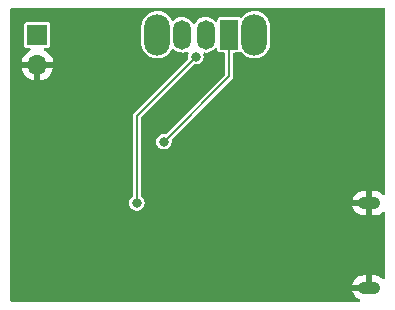
<source format=gbl>
G04 #@! TF.GenerationSoftware,KiCad,Pcbnew,(6.0.10)*
G04 #@! TF.CreationDate,2023-02-14T21:15:34-05:00*
G04 #@! TF.ProjectId,lipo_charger,6c69706f-5f63-4686-9172-6765722e6b69,rev?*
G04 #@! TF.SameCoordinates,Original*
G04 #@! TF.FileFunction,Copper,L2,Bot*
G04 #@! TF.FilePolarity,Positive*
%FSLAX46Y46*%
G04 Gerber Fmt 4.6, Leading zero omitted, Abs format (unit mm)*
G04 Created by KiCad (PCBNEW (6.0.10)) date 2023-02-14 21:15:34*
%MOMM*%
%LPD*%
G01*
G04 APERTURE LIST*
G04 #@! TA.AperFunction,ComponentPad*
%ADD10R,1.700000X1.700000*%
G04 #@! TD*
G04 #@! TA.AperFunction,ComponentPad*
%ADD11O,1.700000X1.700000*%
G04 #@! TD*
G04 #@! TA.AperFunction,ComponentPad*
%ADD12O,2.200000X3.500000*%
G04 #@! TD*
G04 #@! TA.AperFunction,ComponentPad*
%ADD13R,1.500000X2.500000*%
G04 #@! TD*
G04 #@! TA.AperFunction,ComponentPad*
%ADD14O,1.500000X2.500000*%
G04 #@! TD*
G04 #@! TA.AperFunction,ComponentPad*
%ADD15O,1.900000X1.050000*%
G04 #@! TD*
G04 #@! TA.AperFunction,ViaPad*
%ADD16C,0.800000*%
G04 #@! TD*
G04 #@! TA.AperFunction,Conductor*
%ADD17C,0.150000*%
G04 #@! TD*
G04 APERTURE END LIST*
D10*
X135382000Y-104140000D03*
D11*
X135382000Y-106680000D03*
D12*
X145538000Y-104140000D03*
X153738000Y-104140000D03*
D13*
X151638000Y-104140000D03*
D14*
X149638000Y-104140000D03*
X147638000Y-104140000D03*
D15*
X163480000Y-118405000D03*
X163480000Y-125555000D03*
D16*
X150368000Y-110236000D03*
X148800000Y-106000000D03*
X143800000Y-118400000D03*
X146100000Y-113200000D03*
D17*
X148800000Y-106000000D02*
X143800000Y-111000000D01*
X143800000Y-111000000D02*
X143800000Y-118400000D01*
X151638000Y-107662000D02*
X146100000Y-113200000D01*
X151638000Y-104140000D02*
X151638000Y-107662000D01*
G04 #@! TA.AperFunction,Conductor*
G36*
X164787621Y-101874502D02*
G01*
X164834114Y-101928158D01*
X164845500Y-101980500D01*
X164845500Y-117575423D01*
X164825498Y-117643544D01*
X164771842Y-117690037D01*
X164701568Y-117700141D01*
X164638509Y-117671945D01*
X164496156Y-117552496D01*
X164486031Y-117545563D01*
X164319308Y-117453906D01*
X164308038Y-117449076D01*
X164126685Y-117391548D01*
X164114691Y-117388998D01*
X163966650Y-117372393D01*
X163959626Y-117372000D01*
X163752115Y-117372000D01*
X163736876Y-117376475D01*
X163735671Y-117377865D01*
X163734000Y-117385548D01*
X163734000Y-119419885D01*
X163738475Y-119435124D01*
X163739865Y-119436329D01*
X163747548Y-119438000D01*
X163952890Y-119438000D01*
X163959035Y-119437700D01*
X164100481Y-119423830D01*
X164112519Y-119421447D01*
X164294651Y-119366458D01*
X164305993Y-119361783D01*
X164473977Y-119272465D01*
X164484193Y-119265678D01*
X164636409Y-119141533D01*
X164637384Y-119142729D01*
X164693146Y-119112532D01*
X164763944Y-119117844D01*
X164820631Y-119160588D01*
X164845210Y-119227194D01*
X164845500Y-119235745D01*
X164845500Y-124725423D01*
X164825498Y-124793544D01*
X164771842Y-124840037D01*
X164701568Y-124850141D01*
X164638509Y-124821945D01*
X164496156Y-124702496D01*
X164486031Y-124695563D01*
X164319308Y-124603906D01*
X164308038Y-124599076D01*
X164126685Y-124541548D01*
X164114691Y-124538998D01*
X163966650Y-124522393D01*
X163959626Y-124522000D01*
X163752115Y-124522000D01*
X163736876Y-124526475D01*
X163735671Y-124527865D01*
X163734000Y-124535548D01*
X163734000Y-125683000D01*
X163713998Y-125751121D01*
X163660342Y-125797614D01*
X163608000Y-125809000D01*
X162071014Y-125809000D01*
X162057483Y-125812973D01*
X162056363Y-125820768D01*
X162090846Y-125937932D01*
X162095439Y-125949300D01*
X162183586Y-126117911D01*
X162190302Y-126128173D01*
X162309515Y-126276443D01*
X162318103Y-126285213D01*
X162463838Y-126407499D01*
X162473969Y-126414437D01*
X162646089Y-126509061D01*
X162644681Y-126511622D01*
X162689811Y-126548907D01*
X162711409Y-126616538D01*
X162693014Y-126685110D01*
X162640466Y-126732852D01*
X162585444Y-126745500D01*
X133222500Y-126745500D01*
X133154379Y-126725498D01*
X133107886Y-126671842D01*
X133096500Y-126619500D01*
X133096500Y-125297795D01*
X162057372Y-125297795D01*
X162064127Y-125301000D01*
X163207885Y-125301000D01*
X163223124Y-125296525D01*
X163224329Y-125295135D01*
X163226000Y-125287452D01*
X163226000Y-124540115D01*
X163221525Y-124524876D01*
X163220135Y-124523671D01*
X163212452Y-124522000D01*
X163007110Y-124522000D01*
X163000965Y-124522300D01*
X162859519Y-124536170D01*
X162847481Y-124538553D01*
X162665349Y-124593542D01*
X162654007Y-124598217D01*
X162486023Y-124687535D01*
X162475807Y-124694322D01*
X162328366Y-124814572D01*
X162319662Y-124823216D01*
X162198390Y-124969809D01*
X162191530Y-124979980D01*
X162101038Y-125147342D01*
X162096286Y-125158647D01*
X162057578Y-125283692D01*
X162057372Y-125297795D01*
X133096500Y-125297795D01*
X133096500Y-118393096D01*
X143140729Y-118393096D01*
X143158113Y-118550553D01*
X143160723Y-118557684D01*
X143160723Y-118557686D01*
X143204428Y-118677115D01*
X143212553Y-118699319D01*
X143216789Y-118705622D01*
X143216789Y-118705623D01*
X143279738Y-118799300D01*
X143300908Y-118830805D01*
X143306527Y-118835918D01*
X143306528Y-118835919D01*
X143317903Y-118846269D01*
X143418076Y-118937419D01*
X143557293Y-119013008D01*
X143710522Y-119053207D01*
X143794477Y-119054526D01*
X143861319Y-119055576D01*
X143861322Y-119055576D01*
X143868916Y-119055695D01*
X144023332Y-119020329D01*
X144127555Y-118967911D01*
X144158072Y-118952563D01*
X144158075Y-118952561D01*
X144164855Y-118949151D01*
X144170626Y-118944222D01*
X144170629Y-118944220D01*
X144279536Y-118851204D01*
X144279536Y-118851203D01*
X144285314Y-118846269D01*
X144377755Y-118717624D01*
X144396591Y-118670768D01*
X162056363Y-118670768D01*
X162090846Y-118787932D01*
X162095439Y-118799300D01*
X162183586Y-118967911D01*
X162190302Y-118978173D01*
X162309515Y-119126443D01*
X162318103Y-119135213D01*
X162463838Y-119257499D01*
X162473969Y-119264437D01*
X162640692Y-119356094D01*
X162651962Y-119360924D01*
X162833315Y-119418452D01*
X162845309Y-119421002D01*
X162993350Y-119437607D01*
X163000374Y-119438000D01*
X163207885Y-119438000D01*
X163223124Y-119433525D01*
X163224329Y-119432135D01*
X163226000Y-119424452D01*
X163226000Y-118677115D01*
X163221525Y-118661876D01*
X163220135Y-118660671D01*
X163212452Y-118659000D01*
X162071014Y-118659000D01*
X162057483Y-118662973D01*
X162056363Y-118670768D01*
X144396591Y-118670768D01*
X144436842Y-118570641D01*
X144459162Y-118413807D01*
X144459307Y-118400000D01*
X144440276Y-118242733D01*
X144404401Y-118147795D01*
X162057372Y-118147795D01*
X162064127Y-118151000D01*
X163207885Y-118151000D01*
X163223124Y-118146525D01*
X163224329Y-118145135D01*
X163226000Y-118137452D01*
X163226000Y-117390115D01*
X163221525Y-117374876D01*
X163220135Y-117373671D01*
X163212452Y-117372000D01*
X163007110Y-117372000D01*
X163000965Y-117372300D01*
X162859519Y-117386170D01*
X162847481Y-117388553D01*
X162665349Y-117443542D01*
X162654007Y-117448217D01*
X162486023Y-117537535D01*
X162475807Y-117544322D01*
X162328366Y-117664572D01*
X162319662Y-117673216D01*
X162198390Y-117819809D01*
X162191530Y-117829980D01*
X162101038Y-117997342D01*
X162096286Y-118008647D01*
X162057578Y-118133692D01*
X162057372Y-118147795D01*
X144404401Y-118147795D01*
X144384280Y-118094546D01*
X144375814Y-118082228D01*
X144298855Y-117970251D01*
X144298854Y-117970249D01*
X144294553Y-117963992D01*
X144176275Y-117858611D01*
X144177498Y-117857239D01*
X144139068Y-117809502D01*
X144129500Y-117761341D01*
X144129500Y-111188673D01*
X144149502Y-111120552D01*
X144166405Y-111099578D01*
X148581961Y-106684023D01*
X148644273Y-106649997D01*
X148695531Y-106651082D01*
X148695645Y-106650248D01*
X148702864Y-106651237D01*
X148703022Y-106651240D01*
X148703168Y-106651278D01*
X148703171Y-106651278D01*
X148710522Y-106653207D01*
X148794477Y-106654526D01*
X148861319Y-106655576D01*
X148861322Y-106655576D01*
X148868916Y-106655695D01*
X149023332Y-106620329D01*
X149093742Y-106584917D01*
X149158072Y-106552563D01*
X149158075Y-106552561D01*
X149164855Y-106549151D01*
X149170626Y-106544222D01*
X149170629Y-106544220D01*
X149279536Y-106451204D01*
X149279536Y-106451203D01*
X149285314Y-106446269D01*
X149377755Y-106317624D01*
X149436842Y-106170641D01*
X149444279Y-106118386D01*
X149458581Y-106017891D01*
X149458581Y-106017888D01*
X149459162Y-106013807D01*
X149459307Y-106000000D01*
X149440276Y-105842733D01*
X149428588Y-105811802D01*
X149423220Y-105741009D01*
X149456977Y-105678551D01*
X149519143Y-105644259D01*
X149553046Y-105641437D01*
X149618332Y-105644859D01*
X149680942Y-105648141D01*
X149680946Y-105648141D01*
X149687323Y-105648475D01*
X149889097Y-105617959D01*
X150080615Y-105547494D01*
X150254051Y-105439959D01*
X150402323Y-105299746D01*
X150405986Y-105294515D01*
X150410152Y-105289688D01*
X150411693Y-105291018D01*
X150459751Y-105252608D01*
X150530371Y-105245303D01*
X150593730Y-105277337D01*
X150629711Y-105338540D01*
X150633501Y-105369210D01*
X150633501Y-105415066D01*
X150648266Y-105489301D01*
X150655161Y-105499621D01*
X150655162Y-105499622D01*
X150683824Y-105542517D01*
X150704516Y-105573484D01*
X150788699Y-105629734D01*
X150862933Y-105644500D01*
X151182500Y-105644500D01*
X151250621Y-105664502D01*
X151297114Y-105718158D01*
X151308500Y-105770500D01*
X151308500Y-107473326D01*
X151288498Y-107541447D01*
X151271595Y-107562421D01*
X146317458Y-112516559D01*
X146255146Y-112550585D01*
X146197672Y-112549669D01*
X146190006Y-112547744D01*
X146182633Y-112545892D01*
X146175033Y-112545852D01*
X146175032Y-112545852D01*
X146110232Y-112545513D01*
X146024221Y-112545062D01*
X146016841Y-112546834D01*
X146016839Y-112546834D01*
X145877563Y-112580271D01*
X145877560Y-112580272D01*
X145870184Y-112582043D01*
X145729414Y-112654700D01*
X145610039Y-112758838D01*
X145518950Y-112888444D01*
X145516190Y-112895524D01*
X145468287Y-113018389D01*
X145461406Y-113036037D01*
X145440729Y-113193096D01*
X145458113Y-113350553D01*
X145512553Y-113499319D01*
X145600908Y-113630805D01*
X145606527Y-113635918D01*
X145606528Y-113635919D01*
X145617903Y-113646269D01*
X145718076Y-113737419D01*
X145857293Y-113813008D01*
X146010522Y-113853207D01*
X146094477Y-113854526D01*
X146161319Y-113855576D01*
X146161322Y-113855576D01*
X146168916Y-113855695D01*
X146323332Y-113820329D01*
X146393742Y-113784917D01*
X146458072Y-113752563D01*
X146458075Y-113752561D01*
X146464855Y-113749151D01*
X146470626Y-113744222D01*
X146470629Y-113744220D01*
X146579536Y-113651204D01*
X146579536Y-113651203D01*
X146585314Y-113646269D01*
X146677755Y-113517624D01*
X146736842Y-113370641D01*
X146759162Y-113213807D01*
X146759307Y-113200000D01*
X146745804Y-113088417D01*
X146757477Y-113018389D01*
X146781796Y-112984187D01*
X151856929Y-107909055D01*
X151865033Y-107901628D01*
X151885860Y-107884152D01*
X151894305Y-107877066D01*
X151899816Y-107867521D01*
X151899819Y-107867517D01*
X151913410Y-107843976D01*
X151919315Y-107834706D01*
X151934914Y-107812428D01*
X151941235Y-107803401D01*
X151944087Y-107792756D01*
X151945637Y-107789433D01*
X151946894Y-107785979D01*
X151952405Y-107776434D01*
X151959041Y-107738801D01*
X151961420Y-107728070D01*
X151968458Y-107701803D01*
X151971310Y-107691160D01*
X151967979Y-107653085D01*
X151967500Y-107642104D01*
X151967500Y-105770499D01*
X151987502Y-105702378D01*
X152041158Y-105655885D01*
X152093500Y-105644499D01*
X152413066Y-105644499D01*
X152454877Y-105636183D01*
X152475126Y-105632156D01*
X152475128Y-105632155D01*
X152487301Y-105629734D01*
X152509875Y-105614650D01*
X152577626Y-105593436D01*
X152646093Y-105612219D01*
X152677078Y-105639586D01*
X152678570Y-105641803D01*
X152837236Y-105808128D01*
X153021658Y-105945342D01*
X153026409Y-105947758D01*
X153026413Y-105947760D01*
X153156319Y-106013807D01*
X153226562Y-106049520D01*
X153446089Y-106117685D01*
X153451378Y-106118386D01*
X153668681Y-106147188D01*
X153668684Y-106147188D01*
X153673964Y-106147888D01*
X153679293Y-106147688D01*
X153679294Y-106147688D01*
X153772660Y-106144183D01*
X153903669Y-106139264D01*
X154014054Y-106116103D01*
X154123410Y-106093158D01*
X154123413Y-106093157D01*
X154128637Y-106092061D01*
X154281383Y-106031739D01*
X154337466Y-106009591D01*
X154337469Y-106009590D01*
X154342436Y-106007628D01*
X154450330Y-105942156D01*
X154534391Y-105891147D01*
X154534394Y-105891145D01*
X154538952Y-105888379D01*
X154589222Y-105844757D01*
X154708533Y-105741224D01*
X154708535Y-105741222D01*
X154712566Y-105737724D01*
X154752973Y-105688444D01*
X154854931Y-105564099D01*
X154854935Y-105564093D01*
X154858315Y-105559971D01*
X154865418Y-105547494D01*
X154969387Y-105364845D01*
X154972030Y-105360202D01*
X155050461Y-105144129D01*
X155058510Y-105099620D01*
X155090625Y-104922015D01*
X155091364Y-104917931D01*
X155092500Y-104893842D01*
X155092500Y-103432288D01*
X155078825Y-103271123D01*
X155078413Y-103266267D01*
X155078412Y-103266263D01*
X155077962Y-103260956D01*
X155076624Y-103255801D01*
X155076623Y-103255795D01*
X155025068Y-103057162D01*
X155020214Y-103038461D01*
X154925803Y-102828877D01*
X154797430Y-102638197D01*
X154791978Y-102632481D01*
X154642443Y-102475729D01*
X154638764Y-102471872D01*
X154454342Y-102334658D01*
X154449591Y-102332242D01*
X154449587Y-102332240D01*
X154254194Y-102232898D01*
X154254193Y-102232898D01*
X154249438Y-102230480D01*
X154029911Y-102162315D01*
X154011186Y-102159833D01*
X153807319Y-102132812D01*
X153807316Y-102132812D01*
X153802036Y-102132112D01*
X153796707Y-102132312D01*
X153796706Y-102132312D01*
X153703340Y-102135817D01*
X153572331Y-102140736D01*
X153488345Y-102158358D01*
X153352590Y-102186842D01*
X153352587Y-102186843D01*
X153347363Y-102187939D01*
X153243648Y-102228898D01*
X153138534Y-102270409D01*
X153138531Y-102270410D01*
X153133564Y-102272372D01*
X153128998Y-102275143D01*
X152941609Y-102388853D01*
X152941606Y-102388855D01*
X152937048Y-102391621D01*
X152763434Y-102542276D01*
X152760047Y-102546407D01*
X152680931Y-102642895D01*
X152622271Y-102682890D01*
X152551301Y-102684821D01*
X152513497Y-102667770D01*
X152487301Y-102650266D01*
X152413067Y-102635500D01*
X151638126Y-102635500D01*
X150862934Y-102635501D01*
X150830902Y-102641872D01*
X150800874Y-102647844D01*
X150800872Y-102647845D01*
X150788699Y-102650266D01*
X150778379Y-102657161D01*
X150778378Y-102657162D01*
X150739874Y-102682890D01*
X150704516Y-102706516D01*
X150648266Y-102790699D01*
X150633500Y-102864933D01*
X150633500Y-102917284D01*
X150613498Y-102985405D01*
X150559842Y-103031898D01*
X150489568Y-103042002D01*
X150424988Y-103012508D01*
X150411832Y-102999282D01*
X150409026Y-102996009D01*
X150334295Y-102908818D01*
X150173049Y-102783743D01*
X150064439Y-102730300D01*
X149995668Y-102696460D01*
X149995663Y-102696458D01*
X149989946Y-102693645D01*
X149983773Y-102692037D01*
X149983770Y-102692036D01*
X149823410Y-102650266D01*
X149792467Y-102642206D01*
X149687548Y-102636707D01*
X149595058Y-102631859D01*
X149595054Y-102631859D01*
X149588677Y-102631525D01*
X149386903Y-102662041D01*
X149195385Y-102732506D01*
X149021949Y-102840041D01*
X148873677Y-102980254D01*
X148870015Y-102985484D01*
X148870014Y-102985485D01*
X148818595Y-103058919D01*
X148756628Y-103147418D01*
X148754092Y-103153279D01*
X148751719Y-103158762D01*
X148706308Y-103213336D01*
X148638601Y-103234696D01*
X148570094Y-103216059D01*
X148525880Y-103169807D01*
X148470191Y-103069342D01*
X148467098Y-103063762D01*
X148334295Y-102908818D01*
X148173049Y-102783743D01*
X148064439Y-102730300D01*
X147995668Y-102696460D01*
X147995663Y-102696458D01*
X147989946Y-102693645D01*
X147983773Y-102692037D01*
X147983770Y-102692036D01*
X147823410Y-102650266D01*
X147792467Y-102642206D01*
X147687548Y-102636707D01*
X147595058Y-102631859D01*
X147595054Y-102631859D01*
X147588677Y-102631525D01*
X147386903Y-102662041D01*
X147195385Y-102732506D01*
X147021949Y-102840041D01*
X147017311Y-102844427D01*
X147017306Y-102844431D01*
X146946500Y-102911389D01*
X146883262Y-102943661D01*
X146812616Y-102936621D01*
X146756990Y-102892504D01*
X146745045Y-102871592D01*
X146727993Y-102833738D01*
X146727992Y-102833735D01*
X146725803Y-102828877D01*
X146597430Y-102638197D01*
X146591978Y-102632481D01*
X146442443Y-102475729D01*
X146438764Y-102471872D01*
X146254342Y-102334658D01*
X146249591Y-102332242D01*
X146249587Y-102332240D01*
X146054194Y-102232898D01*
X146054193Y-102232898D01*
X146049438Y-102230480D01*
X145829911Y-102162315D01*
X145811186Y-102159833D01*
X145607319Y-102132812D01*
X145607316Y-102132812D01*
X145602036Y-102132112D01*
X145596707Y-102132312D01*
X145596706Y-102132312D01*
X145503340Y-102135817D01*
X145372331Y-102140736D01*
X145288345Y-102158358D01*
X145152590Y-102186842D01*
X145152587Y-102186843D01*
X145147363Y-102187939D01*
X145043648Y-102228898D01*
X144938534Y-102270409D01*
X144938531Y-102270410D01*
X144933564Y-102272372D01*
X144928998Y-102275143D01*
X144741609Y-102388853D01*
X144741606Y-102388855D01*
X144737048Y-102391621D01*
X144563434Y-102542276D01*
X144560047Y-102546407D01*
X144421069Y-102715901D01*
X144421065Y-102715907D01*
X144417685Y-102720029D01*
X144415046Y-102724665D01*
X144415044Y-102724668D01*
X144400585Y-102750069D01*
X144303970Y-102919798D01*
X144225539Y-103135871D01*
X144224590Y-103141120D01*
X144224589Y-103141123D01*
X144213423Y-103202872D01*
X144184636Y-103362069D01*
X144183500Y-103386158D01*
X144183500Y-104847712D01*
X144189458Y-104917931D01*
X144197176Y-105008880D01*
X144198038Y-105019044D01*
X144199376Y-105024199D01*
X144199377Y-105024205D01*
X144239912Y-105180377D01*
X144255786Y-105241539D01*
X144315949Y-105375095D01*
X144340851Y-105430375D01*
X144350197Y-105451123D01*
X144478570Y-105641803D01*
X144482249Y-105645660D01*
X144482251Y-105645662D01*
X144500224Y-105664502D01*
X144637236Y-105808128D01*
X144821658Y-105945342D01*
X144826409Y-105947758D01*
X144826413Y-105947760D01*
X144956319Y-106013807D01*
X145026562Y-106049520D01*
X145246089Y-106117685D01*
X145251378Y-106118386D01*
X145468681Y-106147188D01*
X145468684Y-106147188D01*
X145473964Y-106147888D01*
X145479293Y-106147688D01*
X145479294Y-106147688D01*
X145572660Y-106144183D01*
X145703669Y-106139264D01*
X145814054Y-106116103D01*
X145923410Y-106093158D01*
X145923413Y-106093157D01*
X145928637Y-106092061D01*
X146081383Y-106031739D01*
X146137466Y-106009591D01*
X146137469Y-106009590D01*
X146142436Y-106007628D01*
X146250330Y-105942156D01*
X146334391Y-105891147D01*
X146334394Y-105891145D01*
X146338952Y-105888379D01*
X146389222Y-105844757D01*
X146508533Y-105741224D01*
X146508535Y-105741222D01*
X146512566Y-105737724D01*
X146552973Y-105688444D01*
X146654931Y-105564099D01*
X146654935Y-105564093D01*
X146658315Y-105559971D01*
X146748241Y-105401993D01*
X146799322Y-105352688D01*
X146868952Y-105338826D01*
X146935023Y-105364809D01*
X146939672Y-105368810D01*
X146941705Y-105371182D01*
X147102951Y-105496257D01*
X147108673Y-105499072D01*
X147108672Y-105499072D01*
X147280332Y-105583540D01*
X147280337Y-105583542D01*
X147286054Y-105586355D01*
X147292227Y-105587963D01*
X147292230Y-105587964D01*
X147315127Y-105593928D01*
X147483533Y-105637794D01*
X147585428Y-105643134D01*
X147680942Y-105648141D01*
X147680946Y-105648141D01*
X147687323Y-105648475D01*
X147889097Y-105617959D01*
X147895090Y-105615754D01*
X147895094Y-105615753D01*
X148043770Y-105561051D01*
X148114607Y-105556301D01*
X148176768Y-105590602D01*
X148210515Y-105653065D01*
X148204670Y-105725071D01*
X148165036Y-105826727D01*
X148161406Y-105836037D01*
X148160414Y-105843570D01*
X148160414Y-105843571D01*
X148146698Y-105947760D01*
X148140729Y-105993096D01*
X148151655Y-106092061D01*
X148153994Y-106113244D01*
X148141588Y-106183148D01*
X148117850Y-106216166D01*
X143581077Y-110752940D01*
X143572973Y-110760367D01*
X143543695Y-110784934D01*
X143538185Y-110794477D01*
X143538182Y-110794481D01*
X143524587Y-110818029D01*
X143518683Y-110827296D01*
X143496765Y-110858599D01*
X143493913Y-110869243D01*
X143492363Y-110872567D01*
X143491106Y-110876021D01*
X143485595Y-110885566D01*
X143483681Y-110896418D01*
X143483681Y-110896419D01*
X143478959Y-110923199D01*
X143476581Y-110933927D01*
X143466690Y-110970840D01*
X143467651Y-110981822D01*
X143470020Y-111008900D01*
X143470500Y-111019882D01*
X143470500Y-117761569D01*
X143450498Y-117829690D01*
X143427330Y-117856518D01*
X143310039Y-117958838D01*
X143218950Y-118088444D01*
X143161406Y-118236037D01*
X143140729Y-118393096D01*
X133096500Y-118393096D01*
X133096500Y-106947966D01*
X134050257Y-106947966D01*
X134080565Y-107082446D01*
X134083645Y-107092275D01*
X134163770Y-107289603D01*
X134168413Y-107298794D01*
X134279694Y-107480388D01*
X134285777Y-107488699D01*
X134425213Y-107649667D01*
X134432580Y-107656883D01*
X134596434Y-107792916D01*
X134604881Y-107798831D01*
X134788756Y-107906279D01*
X134798042Y-107910729D01*
X134997001Y-107986703D01*
X135006899Y-107989579D01*
X135110250Y-108010606D01*
X135124299Y-108009410D01*
X135128000Y-107999065D01*
X135128000Y-107998517D01*
X135636000Y-107998517D01*
X135640064Y-108012359D01*
X135653478Y-108014393D01*
X135660184Y-108013534D01*
X135670262Y-108011392D01*
X135874255Y-107950191D01*
X135883842Y-107946433D01*
X136075095Y-107852739D01*
X136083945Y-107847464D01*
X136257328Y-107723792D01*
X136265200Y-107717139D01*
X136416052Y-107566812D01*
X136422730Y-107558965D01*
X136547003Y-107386020D01*
X136552313Y-107377183D01*
X136646670Y-107186267D01*
X136650469Y-107176672D01*
X136712377Y-106972910D01*
X136714555Y-106962837D01*
X136715986Y-106951962D01*
X136713775Y-106937778D01*
X136700617Y-106934000D01*
X135654115Y-106934000D01*
X135638876Y-106938475D01*
X135637671Y-106939865D01*
X135636000Y-106947548D01*
X135636000Y-107998517D01*
X135128000Y-107998517D01*
X135128000Y-106952115D01*
X135123525Y-106936876D01*
X135122135Y-106935671D01*
X135114452Y-106934000D01*
X134065225Y-106934000D01*
X134051694Y-106937973D01*
X134050257Y-106947966D01*
X133096500Y-106947966D01*
X133096500Y-106414183D01*
X134046389Y-106414183D01*
X134047912Y-106422607D01*
X134060292Y-106426000D01*
X136700344Y-106426000D01*
X136713875Y-106422027D01*
X136715180Y-106412947D01*
X136673214Y-106245875D01*
X136669894Y-106236124D01*
X136584972Y-106040814D01*
X136580105Y-106031739D01*
X136464426Y-105852926D01*
X136458136Y-105844757D01*
X136314806Y-105687240D01*
X136307273Y-105680215D01*
X136140139Y-105548222D01*
X136131552Y-105542517D01*
X136019765Y-105480807D01*
X135969795Y-105430375D01*
X135955023Y-105360932D01*
X135980139Y-105294527D01*
X136037170Y-105252242D01*
X136080658Y-105244499D01*
X136257066Y-105244499D01*
X136297947Y-105236368D01*
X136319126Y-105232156D01*
X136319128Y-105232155D01*
X136331301Y-105229734D01*
X136341621Y-105222839D01*
X136341622Y-105222838D01*
X136405168Y-105180377D01*
X136415484Y-105173484D01*
X136471734Y-105089301D01*
X136486500Y-105015067D01*
X136486499Y-103264934D01*
X136476778Y-103216059D01*
X136474156Y-103202874D01*
X136474155Y-103202872D01*
X136471734Y-103190699D01*
X136457775Y-103169807D01*
X136422377Y-103116832D01*
X136415484Y-103106516D01*
X136331301Y-103050266D01*
X136257067Y-103035500D01*
X135382142Y-103035500D01*
X134506934Y-103035501D01*
X134471182Y-103042612D01*
X134444874Y-103047844D01*
X134444872Y-103047845D01*
X134432699Y-103050266D01*
X134422379Y-103057161D01*
X134422378Y-103057162D01*
X134419749Y-103058919D01*
X134348516Y-103106516D01*
X134292266Y-103190699D01*
X134277500Y-103264933D01*
X134277501Y-105015066D01*
X134292266Y-105089301D01*
X134348516Y-105173484D01*
X134432699Y-105229734D01*
X134506933Y-105244500D01*
X134683500Y-105244500D01*
X134751621Y-105264502D01*
X134798114Y-105318158D01*
X134808218Y-105388432D01*
X134778724Y-105453012D01*
X134741681Y-105482263D01*
X134660458Y-105524545D01*
X134651738Y-105530036D01*
X134481433Y-105657905D01*
X134473726Y-105664748D01*
X134326590Y-105818717D01*
X134320104Y-105826727D01*
X134200098Y-106002649D01*
X134195000Y-106011623D01*
X134105338Y-106204783D01*
X134101775Y-106214470D01*
X134046389Y-106414183D01*
X133096500Y-106414183D01*
X133096500Y-101980500D01*
X133116502Y-101912379D01*
X133170158Y-101865886D01*
X133222500Y-101854500D01*
X164719500Y-101854500D01*
X164787621Y-101874502D01*
G37*
G04 #@! TD.AperFunction*
M02*

</source>
